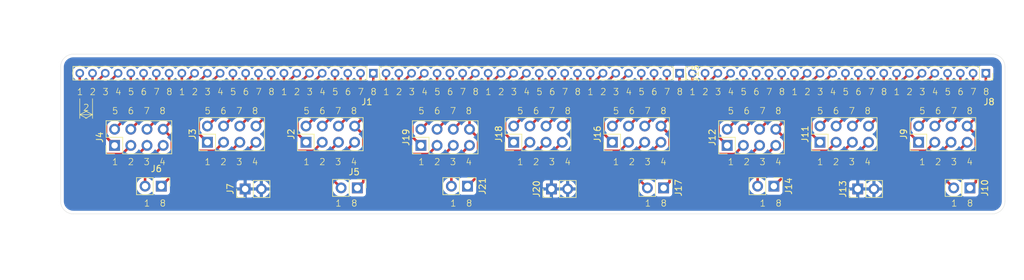
<source format=kicad_pcb>
(kicad_pcb (version 20241229) (generator "pcbnew") (generator_version "9.0")
  (layers (0 "F.Cu" signal) (2 "B.Cu" signal) (13 "F.Paste" user) (15 "B.Paste" user) (5 "F.SilkS" user "F.Silkscreen") (7 "B.SilkS" user "B.Silkscreen") (1 "F.Mask" user) (3 "B.Mask" user) (25 "Edge.Cuts" user))
  (net 0 "")
  (net 1 "Net-(J1-Pin_4)")
  (net 2 "Net-(J1-Pin_2)")
  (net 3 "Net-(J1-Pin_6)")
  (net 4 "Net-(J1-Pin_13)")
  (net 5 "Net-(J1-Pin_7)")
  (net 6 "Net-(J1-Pin_20)")
  (net 7 "Net-(J1-Pin_1)")
  (net 8 "Net-(J1-Pin_22)")
  (net 9 "Net-(J1-Pin_8)")
  (net 10 "Net-(J1-Pin_16)")
  (net 11 "Net-(J1-Pin_15)")
  (net 12 "Net-(J1-Pin_17)")
  (net 13 "Net-(J1-Pin_19)")
  (net 14 "Net-(J1-Pin_11)")
  (net 15 "Net-(J1-Pin_24)")
  (net 16 "Net-(J1-Pin_5)")
  (net 17 "Net-(J1-Pin_9)")
  (net 18 "Net-(J1-Pin_10)")
  (net 19 "Net-(J1-Pin_18)")
  (net 20 "Net-(J1-Pin_21)")
  (net 21 "Net-(J1-Pin_3)")
  (net 22 "Net-(J1-Pin_14)")
  (net 23 "Net-(J1-Pin_12)")
  (net 24 "Net-(J1-Pin_23)")
  (net 25 "GND")
  (net 26 "Net-(J11-Pin_5)")
  (net 27 "Net-(J8-Pin_4)")
  (net 28 "Net-(J12-Pin_2)")
  (net 29 "Net-(J11-Pin_3)")
  (net 30 "Net-(J8-Pin_5)")
  (net 31 "Net-(J8-Pin_7)")
  (net 32 "Net-(J10-P1)")
  (net 33 "Net-(J12-Pin_3)")
  (net 34 "Net-(J10-P2)")
  (net 35 "Net-(J11-Pin_8)")
  (net 36 "Net-(J8-Pin_3)")
  (net 37 "Net-(J8-Pin_6)")
  (net 38 "Net-(J12-Pin_5)")
  (net 39 "Net-(J12-Pin_7)")
  (net 40 "Net-(J12-Pin_4)")
  (net 41 "Net-(J11-Pin_7)")
  (net 42 "Net-(J12-Pin_6)")
  (net 43 "Net-(J8-Pin_2)")
  (net 44 "Net-(J11-Pin_1)")
  (net 45 "Net-(J11-Pin_2)")
  (net 46 "Net-(J11-Pin_4)")
  (net 47 "Net-(J12-Pin_1)")
  (net 48 "Net-(J11-Pin_6)")
  (net 49 "Net-(J12-Pin_8)")
  (net 50 "Net-(J15-Pin_15)")
  (net 51 "Net-(J15-Pin_1)")
  (net 52 "Net-(J15-Pin_4)")
  (net 53 "Net-(J15-Pin_20)")
  (net 54 "Net-(J15-Pin_19)")
  (net 55 "Net-(J15-Pin_21)")
  (net 56 "Net-(J15-Pin_6)")
  (net 57 "Net-(J15-Pin_3)")
  (net 58 "Net-(J15-Pin_14)")
  (net 59 "Net-(J15-Pin_2)")
  (net 60 "Net-(J15-Pin_22)")
  (net 61 "Net-(J15-Pin_18)")
  (net 62 "Net-(J15-Pin_7)")
  (net 63 "Net-(J15-Pin_17)")
  (net 64 "Net-(J15-Pin_10)")
  (net 65 "Net-(J15-Pin_13)")
  (net 66 "Net-(J15-Pin_9)")
  (net 67 "Net-(J15-Pin_12)")
  (net 68 "Net-(J15-Pin_8)")
  (net 69 "Net-(J15-Pin_16)")
  (net 70 "Net-(J15-Pin_11)")
  (net 71 "Net-(J15-Pin_24)")
  (net 72 "Net-(J15-Pin_5)")
  (net 73 "Net-(J15-Pin_23)")
  (footprint "Connector_PinHeader_2.54mm:PinHeader_1x02_P2.54mm_Vertical" (layer "F.Cu") (at 218.5 70.5 -90)
    (property "Reference" "J10")
    (property "Value" "UC_CONN_01X02")
  )
  (footprint "Connector_PinHeader_2.54mm:PinHeader_2x04_P2.54mm_Vertical" (layer "F.Cu") (at 210.46 63.33 90)
    (property "Reference" "J9")
    (property "Value" "Conn_02x04_Counter_Clockwise_MountingPin")
  )
  (footprint "Connector_PinSocket_2.00mm:PinSocket_1x24_P2.00mm_Vertical" (layer "F.Cu") (at 221 52.5 -90)
    (property "Reference" "J8")
    (property "Value" "Conn_01x24_Pin")
  )
  (footprint "Connector_PinHeader_2.54mm:PinHeader_2x04_P2.54mm_Vertical" (layer "F.Cu") (at 99 63.33 90)
    (property "Reference" "J3")
    (property "Value" "Conn_02x04_Counter_Clockwise_MountingPin")
  )
  (footprint "Connector_PinHeader_2.54mm:PinHeader_2x04_P2.54mm_Vertical" (layer "F.Cu") (at 195 63.33 90)
    (property "Reference" "J11")
    (property "Value" "Conn_02x04_Counter_Clockwise_MountingPin")
  )
  (footprint "Connector_PinHeader_2.54mm:PinHeader_2x04_P2.54mm_Vertical" (layer "F.Cu") (at 114.46 63.33 90)
    (property "Reference" "J2")
    (property "Value" "Conn_02x04_Counter_Clockwise_MountingPin")
  )
  (footprint "Connector_PinHeader_2.54mm:PinHeader_1x02_P2.54mm_Vertical" (layer "F.Cu") (at 104.92 70.665 90)
    (property "Reference" "J7")
    (property "Value" "UC_CONN_01X02")
  )
  (footprint "Connector_PinHeader_2.54mm:PinHeader_1x02_P2.54mm_Vertical" (layer "F.Cu") (at 139.775 70.225 -90)
    (property "Reference" "J21")
    (property "Value" "UC_CONN_01X02")
  )
  (footprint "Connector_PinHeader_2.54mm:PinHeader_2x04_P2.54mm_Vertical" (layer "F.Cu") (at 84.46 63.83 90)
    (property "Reference" "J4")
    (property "Value" "Conn_02x04_Counter_Clockwise_MountingPin")
  )
  (footprint "Connector_PinHeader_2.54mm:PinHeader_2x04_P2.54mm_Vertical" (layer "F.Cu") (at 162.46 63.33 90)
    (property "Reference" "J16")
    (property "Value" "Conn_02x04_Counter_Clockwise_MountingPin")
  )
  (footprint "Connector_PinHeader_2.54mm:PinHeader_1x02_P2.54mm_Vertical" (layer "F.Cu") (at 187.775 70.225 -90)
    (property "Reference" "J14")
    (property "Value" "UC_CONN_01X02")
  )
  (footprint "Connector_PinSocket_2.00mm:PinSocket_1x24_P2.00mm_Vertical" (layer "F.Cu") (at 173 52.5 -90)
    (property "Reference" "J15")
    (property "Value" "Conn_01x24_Pin")
  )
  (footprint "Connector_PinHeader_2.54mm:PinHeader_1x02_P2.54mm_Vertical" (layer "F.Cu") (at 170.5 70.5 -90)
    (property "Reference" "J17")
    (property "Value" "UC_CONN_01X02")
  )
  (footprint "Connector_PinHeader_2.54mm:PinHeader_2x04_P2.54mm_Vertical" (layer "F.Cu") (at 180.46 63.83 90)
    (property "Reference" "J12")
    (property "Value" "Conn_02x04_Counter_Clockwise_MountingPin")
  )
  (footprint "Connector_PinHeader_2.54mm:PinHeader_1x02_P2.54mm_Vertical" (layer "F.Cu") (at 152.92 70.665 90)
    (property "Reference" "J20")
    (property "Value" "UC_CONN_01X02")
  )
  (footprint "Connector_PinSocket_2.00mm:PinSocket_1x24_P2.00mm_Vertical" (layer "F.Cu") (at 125 52.5 -90)
    (property "Reference" "J1")
    (property "Value" "Conn_01x24_Pin")
  )
  (footprint "Connector_PinHeader_2.54mm:PinHeader_1x02_P2.54mm_Vertical" (layer "F.Cu") (at 91.775 70.225 -90)
    (property "Reference" "J6")
    (property "Value" "UC_CONN_01X02")
  )
  (footprint "Connector_PinHeader_2.54mm:PinHeader_1x02_P2.54mm_Vertical" (layer "F.Cu") (at 200.92 70.665 90)
    (property "Reference" "J13")
    (property "Value" "UC_CONN_01X02")
  )
  (footprint "Connector_PinHeader_2.54mm:PinHeader_2x04_P2.54mm_Vertical" (layer "F.Cu") (at 147 63.33 90)
    (property "Reference" "J18")
    (property "Value" "Conn_02x04_Counter_Clockwise_MountingPin")
  )
  (footprint "Connector_PinHeader_2.54mm:PinHeader_1x02_P2.54mm_Vertical" (layer "F.Cu") (at 122.5 70.5 -90)
    (property "Reference" "J5")
    (property "Value" "UC_CONN_01X02")
  )
  (footprint "Connector_PinHeader_2.54mm:PinHeader_2x04_P2.54mm_Vertical" (layer "F.Cu") (at 132.46 63.83 90)
    (property "Reference" "J19")
    (property "Value" "Conn_02x04_Counter_Clockwise_MountingPin")
  )
  (gr_line (start 222 49.5) (end 78 49.5) (stroke (width 0.05)) (layer "Edge.Cuts"))
  (gr_line (start 221.992517 74.585786) (end 77.992517 74.585786) (stroke (width 0.05)) (layer "Edge.Cuts"))
  (gr_arc (start 222 49.5) (mid 223.414214 50.085786) (end 224 51.5) (stroke (width 0.05)) (layer "Edge.Cuts"))
  (gr_line (start 76 51.5) (end 76 72.585786) (stroke (width 0.05)) (layer "Edge.Cuts"))
  (gr_line (start 224 51.5) (end 224 72.5858) (stroke (width 0.05)) (layer "Edge.Cuts"))
  (gr_arc (start 76 51.5) (mid 76.585786 50.085786) (end 78 49.5) (stroke (width 0.05)) (layer "Edge.Cuts"))
  (gr_arc (start 224 72.585786) (mid 223.414214 74) (end 222 74.585786) (stroke (width 0.05)) (layer "Edge.Cuts"))
  (gr_arc (start 78 74.585786) (mid 76.585786 74) (end 76 72.585786) (stroke (width 0.05)) (layer "Edge.Cuts"))
  (gr_text "7" (at 218.5 56 0) (layer "F.SilkS") (effects (font (size 1 1) (thickness 0.1)) (justify left bottom)))
  (gr_text "1  2  3  4 \n" (at 132 67 0) (layer "F.SilkS") (effects (font (size 1 1) (thickness 0.1)) (justify left bottom)))
  (gr_text "3\n" (at 146.5 56 0) (layer "F.SilkS") (effects (font (size 1 1) (thickness 0.1)) (justify left bottom)))
  (gr_text "6" (at 104.5 56 0) (layer "F.SilkS") (effects (font (size 1 1) (thickness 0.1)) (justify left bottom)))
  (gr_text "5  6  7  8" (at 180.5 59 0) (layer "F.SilkS") (effects (font (size 1 1) (thickness 0.1)) (justify left bottom)))
  (gr_text "4" (at 164.5 56 0) (layer "F.SilkS") (effects (font (size 1 1) (thickness 0.1)) (justify left bottom)))
  (gr_text "4" (at 196.5 56 0) (layer "F.SilkS") (effects (font (size 1 1) (thickness 0.1)) (justify left bottom)))
  (gr_text "4" (at 180.5 56 0) (layer "F.SilkS") (effects (font (size 1 1) (thickness 0.1)) (justify left bottom)))
  (gr_text "5" (at 198.5 56 0) (layer "F.SilkS") (effects (font (size 1 1) (thickness 0.1)) (justify left bottom)))
  (gr_text "4" (at 132.5 56 0) (layer "F.SilkS") (effects (font (size 1 1) (thickness 0.1)) (justify left bottom)))
  (gr_text "8" (at 156.5 56 0) (layer "F.SilkS") (effects (font (size 1 1) (thickness 0.1)) (justify left bottom)))
  (gr_text "1  8" (at 215.5 73.5 0) (layer "F.SilkS") (effects (font (size 1 1) (thickness 0.1)) (justify left bottom)))
  (gr_text "2" (at 176.5 56 0) (layer "F.SilkS") (effects (font (size 1 1) (thickness 0.1)) (justify left bottom)))
  (gr_text "5  6  7  8" (at 132 59 0) (layer "F.SilkS") (effects (font (size 1 1) (thickness 0.1)) (justify left bottom)))
  (gr_text "7" (at 186.5 56 0) (layer "F.SilkS") (effects (font (size 1 1) (thickness 0.1)) (justify left bottom)))
  (gr_text "2" (at 128.5 56 0) (layer "F.SilkS") (effects (font (size 1 1) (thickness 0.1)) (justify left bottom)))
  (gr_text "5  6  7  8" (at 162.5 59 0) (layer "F.SilkS") (effects (font (size 1 1) (thickness 0.1)) (justify left bottom)))
  (gr_text "1  2  3  4 \n" (at 114 67 0) (layer "F.SilkS") (effects (font (size 1 1) (thickness 0.1)) (justify left bottom)))
  (gr_text "1" (at 142.5 56 0) (layer "F.SilkS") (effects (font (size 1 1) (thickness 0.1)) (justify left bottom)))
  (gr_text "2" (at 112.5 56 0) (layer "F.SilkS") (effects (font (size 1 1) (thickness 0.1)) (justify left bottom)))
  (gr_text "4" (at 84.5 56 0) (layer "F.SilkS") (effects (font (size 1 1) (thickness 0.1)) (justify left bottom)))
  (gr_text "1" (at 174.5 56 0) (layer "F.SilkS") (effects (font (size 1 1) (thickness 0.1)) (justify left bottom)))
  (gr_text "1  2  3  4 \n" (at 162.5 67 0) (layer "F.SilkS") (effects (font (size 1 1) (thickness 0.1)) (justify left bottom)))
  (gr_text "6" (at 136.5 56 0) (layer "F.SilkS") (effects (font (size 1 1) (thickness 0.1)) (justify left bottom)))
  (gr_text "3\n" (at 114.5 56 0) (layer "F.SilkS") (effects (font (size 1 1) (thickness 0.1)) (justify left bottom)))
  (gr_text "1" (at 158.5 56 0) (layer "F.SilkS") (effects (font (size 1 1) (thickness 0.1)) (justify left bottom)))
  (gr_text "6" (at 184.5 56 0) (layer "F.SilkS") (effects (font (size 1 1) (thickness 0.1)) (justify left bottom)))
  (gr_text "2" (at 144.5 56 0) (layer "F.SilkS") (effects (font (size 1 1) (thickness 0.1)) (justify left bottom)))
  (gr_text "6" (at 152.5 56 0) (layer "F.SilkS") (effects (font (size 1 1) (thickness 0.1)) (justify left bottom)))
  (gr_text "5" (at 118.5 56 0) (layer "F.SilkS") (effects (font (size 1 1) (thickness 0.1)) (justify left bottom)))
  (gr_text "1" (at 126.5 56 0) (layer "F.SilkS") (effects (font (size 1 1) (thickness 0.1)) (justify left bottom)))
  (gr_text "1  2  3  4 \n" (at 180.5 67 0) (layer "F.SilkS") (effects (font (size 1 1) (thickness 0.1)) (justify left bottom)))
  (gr_text "8" (at 188.5 56 0) (layer "F.SilkS") (effects (font (size 1 1) (thickness 0.1)) (justify left bottom)))
  (gr_text "6" (at 200.5 56 0) (layer "F.SilkS") (effects (font (size 1 1) (thickness 0.1)) (justify left bottom)))
  (gr_text "7" (at 106.5 56 0) (layer "F.SilkS") (effects (font (size 1 1) (thickness 0.1)) (justify left bottom)))
  (gr_text "2" (at 192.5 56 0) (layer "F.SilkS") (effects (font (size 1 1) (thickness 0.1)) (justify left bottom)))
  (gr_text "5" (at 214.5 56 0) (layer "F.SilkS") (effects (font (size 1 1) (thickness 0.1)) (justify left bottom)))
  (gr_text "3\n" (at 194.5 56 0) (layer "F.SilkS") (effects (font (size 1 1) (thickness 0.1)) (justify left bottom)))
  (gr_text "1" (at 190.5 56 0) (layer "F.SilkS") (effects (font (size 1 1) (thickness 0.1)) (justify left bottom)))
  (gr_text "5" (at 86.5 56 0) (layer "F.SilkS") (effects (font (size 1 1) (thickness 0.1)) (justify left bottom)))
  (gr_text "7" (at 138.5 56 0) (layer "F.SilkS") (effects (font (size 1 1) (thickness 0.1)) (justify left bottom)))
  (gr_text "7" (at 170.5 56 0) (layer "F.SilkS") (effects (font (size 1 1) (thickness 0.1)) (justify left bottom)))
  (gr_text "6" (at 216.5 56 0) (layer "F.SilkS") (effects (font (size 1 1) (thickness 0.1)) (justify left bottom)))
  (gr_text "1" (at 94.5 56 0) (layer "F.SilkS") (effects (font (size 1 1) (thickness 0.1)) (justify left bottom)))
  (gr_text "5" (at 150.5 56 0) (layer "F.SilkS") (effects (font (size 1 1) (thickness 0.1)) (justify left bottom)))
  (gr_text "2" (at 208.5 56 0) (layer "F.SilkS") (effects (font (size 1 1) (thickness 0.1)) (justify left bottom)))
  (gr_text "8" (at 172.5 56 0) (layer "F.SilkS") (effects (font (size 1 1) (thickness 0.1)) (justify left bottom)))
  (gr_text "1" (at 110.5 56 0) (layer "F.SilkS") (effects (font (size 1 1) (thickness 0.1)) (justify left bottom)))
  (gr_text "7" (at 90.5 56 0) (layer "F.SilkS") (effects (font (size 1 1) (thickness 0.1)) (justify left bottom)))
  (gr_text "1  2  3  4 \n" (at 210.5 67 0) (layer "F.SilkS") (effects (font (size 1 1) (thickness 0.1)) (justify left bottom)))
  (gr_text "5  6  7  8" (at 114 59 0) (layer "F.SilkS") (effects (font (size 1 1) (thickness 0.1)) (justify left bottom)))
  (gr_text "1  8" (at 119 73.5 0) (layer "F.SilkS") (effects (font (size 1 1) (thickness 0.1)) (justify left bottom)))
  (gr_text "6" (at 168.5 56 0) (layer "F.SilkS") (effects (font (size 1 1) (thickness 0.1)) (justify left bottom)))
  (gr_text "1  2  3  4 \n" (at 98.5 67 0) (layer "F.SilkS") (effects (font (size 1 1) (thickness 0.1)) (justify left bottom)))
  (gr_text "5  6  7  8" (at 98.5 59 0) (layer "F.SilkS") (effects (font (size 1 1) (thickness 0.1)) (justify left bottom)))
  (gr_text "6" (at 88.5 56 0) (layer "F.SilkS") (effects (font (size 1 1) (thickness 0.1)) (justify left bottom)))
  (gr_text "1" (at 78.5 56 0) (layer "F.SilkS") (effects (font (size 1 1) (thickness 0.1)) (justify left bottom)))
  (gr_text "5" (at 166.5 56 0) (layer "F.SilkS") (effects (font (size 1 1) (thickness 0.1)) (justify left bottom)))
  (gr_text "8" (at 140.5 56 0) (layer "F.SilkS") (effects (font (size 1 1) (thickness 0.1)) (justify left bottom)))
  (gr_text "2" (at 80.5 56 0) (layer "F.SilkS") (effects (font (size 1 1) (thickness 0.1)) (justify left bottom)))
  (gr_text "2" (at 160.5 56 0) (layer "F.SilkS") (effects (font (size 1 1) (thickness 0.1)) (justify left bottom)))
  (gr_text "3\n" (at 98.5 56 0) (layer "F.SilkS") (effects (font (size 1 1) (thickness 0.1)) (justify left bottom)))
  (gr_text "1  8" (at 185.5 73.5 0) (layer "F.SilkS") (effects (font (size 1 1) (thickness 0.1)) (justify left bottom)))
  (gr_text "4" (at 212.5 56 0) (layer "F.SilkS") (effects (font (size 1 1) (thickness 0.1)) (justify left bottom)))
  (gr_text "7" (at 202.5 56 0) (layer "F.SilkS") (effects (font (size 1 1) (thickness 0.1)) (justify left bottom)))
  (gr_text "3\n" (at 162.5 56 0) (layer "F.SilkS") (effects (font (size 1 1) (thickness 0.1)) (justify left bottom)))
  (gr_text "8" (at 204.5 56 0) (layer "F.SilkS") (effects (font (size 1 1) (thickness 0.1)) (justify left bottom)))
  (gr_text "5" (at 102.5 56 0) (layer "F.SilkS") (effects (font (size 1 1) (thickness 0.1)) (justify left bottom)))
  (gr_text "1  2  3  4 \n" (at 84 67 0) (layer "F.SilkS") (effects (font (size 1 1) (thickness 0.1)) (justify left bottom)))
  (gr_text "1  8" (at 167.5 73.5 0) (layer "F.SilkS") (effects (font (size 1 1) (thickness 0.1)) (justify left bottom)))
  (gr_text "1  2  3  4 \n" (at 194.5 67 0) (layer "F.SilkS") (effects (font (size 1 1) (thickness 0.1)) (justify left bottom)))
  (gr_text "7" (at 122.5 56 0) (layer "F.SilkS") (effects (font (size 1 1) (thickness 0.1)) (justify left bottom)))
  (gr_text "5" (at 134.5 56 0) (layer "F.SilkS") (effects (font (size 1 1) (thickness 0.1)) (justify left bottom)))
  (gr_text "3\n" (at 210.5 56 0) (layer "F.SilkS") (effects (font (size 1 1) (thickness 0.1)) (justify left bottom)))
  (gr_text "5" (at 182.5 56 0) (layer "F.SilkS") (effects (font (size 1 1) (thickness 0.1)) (justify left bottom)))
  (gr_text "5  6  7  8" (at 84 59 0) (layer "F.SilkS") (effects (font (size 1 1) (thickness 0.1)) (justify left bottom)))
  (gr_text "3\n" (at 178.5 56 0) (layer "F.SilkS") (effects (font (size 1 1) (thickness 0.1)) (justify left bottom)))
  (gr_text "4" (at 116.5 56 0) (layer "F.SilkS") (effects (font (size 1 1) (thickness 0.1)) (justify left bottom)))
  (gr_text "5  6  7  8" (at 194.5 59 0) (layer "F.SilkS") (effects (font (size 1 1) (thickness 0.1)) (justify left bottom)))
  (gr_text "8" (at 92.5 56 0) (layer "F.SilkS") (effects (font (size 1 1) (thickness 0.1)) (justify left bottom)))
  (gr_text "8" (at 124.5 56 0) (layer "F.SilkS") (effects (font (size 1 1) (thickness 0.1)) (justify left bottom)))
  (gr_text "2" (at 96.5 56 0) (layer "F.SilkS") (effects (font (size 1 1) (thickness 0.1)) (justify left bottom)))
  (gr_text "5  6  7  8" (at 210.5 59 0) (layer "F.SilkS") (effects (font (size 1 1) (thickness 0.1)) (justify left bottom)))
  (gr_text "7" (at 154.5 56 0) (layer "F.SilkS") (effects (font (size 1 1) (thickness 0.1)) (justify left bottom)))
  (gr_text "1  8" (at 137 73.5 0) (layer "F.SilkS") (effects (font (size 1 1) (thickness 0.1)) (justify left bottom)))
  (gr_text "3\n" (at 82.5 56 0) (layer "F.SilkS") (effects (font (size 1 1) (thickness 0.1)) (justify left bottom)))
  (gr_text "8" (at 220.5 56 0) (layer "F.SilkS") (effects (font (size 1 1) (thickness 0.1)) (justify left bottom)))
  (gr_text "8" (at 108.5 56 0) (layer "F.SilkS") (effects (font (size 1 1) (thickness 0.1)) (justify left bottom)))
  (gr_text "5  6  7  8" (at 147.5 59 0) (layer "F.SilkS") (effects (font (size 1 1) (thickness 0.1)) (justify left bottom)))
  (gr_text "1" (at 206.5 56 0) (layer "F.SilkS") (effects (font (size 1 1) (thickness 0.1)) (justify left bottom)))
  (gr_text "1  8" (at 89 73.5 0) (layer "F.SilkS") (effects (font (size 1 1) (thickness 0.1)) (justify left bottom)))
  (gr_text "6" (at 120.5 56 0) (layer "F.SilkS") (effects (font (size 1 1) (thickness 0.1)) (justify left bottom)))
  (gr_text "1  2  3  4 \n" (at 147.5 67 0) (layer "F.SilkS") (effects (font (size 1 1) (thickness 0.1)) (justify left bottom)))
  (gr_text "3\n" (at 130.5 56 0) (layer "F.SilkS") (effects (font (size 1 1) (thickness 0.1)) (justify left bottom)))
  (gr_text "4" (at 148.5 56 0) (layer "F.SilkS") (effects (font (size 1 1) (thickness 0.1)) (justify left bottom)))
  (gr_text "4" (at 100.5 56 0) (layer "F.SilkS") (effects (font (size 1 1) (thickness 0.1)) (justify left bottom)))
  (dimension (type orthogonal) (layer "F.SilkS") (pts (xy 79 56) (xy 81 56)) (height 3) (orientation 0) (format (prefix "") (suffix "") (units 3) (units_format 0) (precision 4) (suppress_zeroes yes)) (style (thickness 0.1) (arrow_length 1.27) (text_position_mode 0) (arrow_direction outward) (extension_height 0.58642) (extension_offset 0.5) (keep_text_aligned yes)) (gr_text "2" (at 80 57.9 0) (layer "F.SilkS") (effects (font (size 1 1) (thickness 0.1)))))
  (segment (start 119 56.25) (end 119 52.5) (width 0.4) (layer "F.Cu") (net 1))
  (segment (start 114.46 60.79) (end 119 56.25) (width 0.4) (layer "F.Cu") (net 1))
  (segment (start 123 57.33) (end 123 52.5) (width 0.4) (layer "F.Cu") (net 2))
  (segment (start 119.54 60.79) (end 123 57.33) (width 0.4) (layer "F.Cu") (net 2))
  (segment (start 117 63.33) (end 115.649 64.681) (width 0.4) (layer "F.Cu") (net 3))
  (segment (start 115.649 64.681) (end 113.109 64.681) (width 0.4) (layer "F.Cu") (net 3))
  (segment (start 112.408 63.98) (end 112.408 55.092) (width 0.4) (layer "F.Cu") (net 3))
  (segment (start 113.109 64.681) (end 112.408 63.98) (width 0.4) (layer "F.Cu") (net 3))
  (segment (start 112.408 55.092) (end 115 52.5) (width 0.4) (layer "F.Cu") (net 3))
  (segment (start 97.649 55.851) (end 101 52.5) (width 0.4) (layer "F.Cu") (net 4))
  (segment (start 97.649 61.979) (end 99 63.33) (width 0.4) (layer "F.Cu") (net 4))
  (segment (start 97.649 61.979) (end 97.649 55.851) (width 0.4) (layer "F.Cu") (net 4))
  (segment (start 111.707 53.793) (end 113 52.5) (width 0.4) (layer "F.Cu") (net 5))
  (segment (start 111.707 64.270364) (end 113.226636 65.79) (width 0.4) (layer "F.Cu") (net 5))
  (segment (start 117.08 65.79) (end 119.54 63.33) (width 0.4) (layer "F.Cu") (net 5))
  (segment (start 111.707 64.270364) (end 111.707 53.793) (width 0.4) (layer "F.Cu") (net 5))
  (segment (start 113.226636 65.79) (end 117.08 65.79) (width 0.4) (layer "F.Cu") (net 5))
  (segment (start 87 58.75) (end 87 52.5) (width 0.4) (layer "F.Cu") (net 6))
  (segment (start 84.46 61.29) (end 87 58.75) (width 0.4) (layer "F.Cu") (net 6))
  (segment (start 123.431 62.141) (end 123.431 69.569) (width 0.4) (layer "F.Cu") (net 7))
  (segment (start 122.08 60.79) (end 123.431 62.141) (width 0.4) (layer "F.Cu") (net 7))
  (segment (start 122.08 60.79) (end 125 57.87) (width 0.4) (layer "F.Cu") (net 7))
  (segment (start 125 57.87) (end 125 52.5) (width 0.4) (layer "F.Cu") (net 7))
  (segment (start 123.431 69.569) (end 122.5 70.5) (width 0.4) (layer "F.Cu") (net 7))
  (segment (start 85.649 65.181) (end 87 63.83) (width 0.4) (layer "F.Cu") (net 8))
  (segment (start 81.825 63.897) (end 83.109 65.181) (width 0.4) (layer "F.Cu") (net 8))
  (segment (start 83.109 65.181) (end 85.649 65.181) (width 0.4) (layer "F.Cu") (net 8))
  (segment (start 81.825 53.675) (end 83 52.5) (width 0.4) (layer "F.Cu") (net 8))
  (segment (start 81.825 63.897) (end 81.825 53.675) (width 0.4) (layer "F.Cu") (net 8))
  (segment (start 118.919 66.491) (end 118.919 69.459) (width 0.4) (layer "F.Cu") (net 9))
  (segment (start 118.919 69.459) (end 119.96 70.5) (width 0.4) (layer "F.Cu") (net 9))
  (segment (start 112.936272 66.491) (end 118.919 66.491) (width 0.4) (layer "F.Cu") (net 9))
  (segment (start 111 64.554728) (end 112.936272 66.491) (width 0.4) (layer "F.Cu") (net 9))
  (segment (start 111 52.5) (end 111 64.554728) (width 0.4) (layer "F.Cu") (net 9))
  (segment (start 118.919 66.491) (end 122.08 63.33) (width 0.4) (layer "F.Cu") (net 9))
  (segment (start 103.867 66.083) (end 106.62 63.33) (width 0.4) (layer "F.Cu") (net 10))
  (segment (start 97.068272 66.083) (end 103.867 66.083) (width 0.4) (layer "F.Cu") (net 10))
  (segment (start 95 52.5) (end 95 64.014728) (width 0.4) (layer "F.Cu") (net 10))
  (segment (start 95 64.014728) (end 97.068272 66.083) (width 0.4) (layer "F.Cu") (net 10))
  (segment (start 95.825 53.675) (end 97 52.5) (width 0.4) (layer "F.Cu") (net 11))
  (segment (start 95.825 63.848364) (end 97.358636 65.382) (width 0.4) (layer "F.Cu") (net 11))
  (segment (start 102.028 65.382) (end 104.08 63.33) (width 0.4) (layer "F.Cu") (net 11))
  (segment (start 97.358636 65.382) (end 102.028 65.382) (width 0.4) (layer "F.Cu") (net 11))
  (segment (start 95.825 63.848364) (end 95.825 53.675) (width 0.4) (layer "F.Cu") (net 11))
  (segment (start 92.08 61.29) (end 93 60.37) (width 0.4) (layer "F.Cu") (net 12))
  (segment (start 92.08 61.29) (end 93.431 62.641) (width 0.4) (layer "F.Cu") (net 12))
  (segment (start 93.431 68.569) (end 91.775 70.225) (width 0.4) (layer "F.Cu") (net 12))
  (segment (start 93.431 62.641) (end 93.431 68.569) (width 0.4) (layer "F.Cu") (net 12))
  (segment (start 93 60.37) (end 93 52.5) (width 0.4) (layer "F.Cu") (net 12))
  (segment (start 89 59.29) (end 89 52.5) (width 0.4) (layer "F.Cu") (net 13))
  (segment (start 87 61.29) (end 89 59.29) (width 0.4) (layer "F.Cu") (net 13))
  (segment (start 101.54 60.79) (end 105 57.33) (width 0.4) (layer "F.Cu") (net 14))
  (segment (start 105 57.33) (end 105 52.5) (width 0.4) (layer "F.Cu") (net 14))
  (segment (start 89.235 66.675) (end 89.235 70.225) (width 0.4) (layer "F.Cu") (net 15))
  (segment (start 79 63.054728) (end 79 52.5) (width 0.4) (layer "F.Cu") (net 15))
  (segment (start 89.327 66.583) (end 89.235 66.675) (width 0.4) (layer "F.Cu") (net 15))
  (segment (start 82.528272 66.583) (end 79 63.054728) (width 0.4) (layer "F.Cu") (net 15))
  (segment (start 89.327 66.583) (end 82.528272 66.583) (width 0.4) (layer "F.Cu") (net 15))
  (segment (start 89.327 66.583) (end 92.08 63.83) (width 0.4) (layer "F.Cu") (net 15))
  (segment (start 113.109 56.391) (end 117 52.5) (width 0.4) (layer "F.Cu") (net 16))
  (segment (start 113.109 61.979) (end 114.46 63.33) (width 0.4) (layer "F.Cu") (net 16))
  (segment (start 113.109 61.979) (end 113.109 56.391) (width 0.4) (layer "F.Cu") (net 16))
  (segment (start 109 58.41) (end 109 52.5) (width 0.4) (layer "F.Cu") (net 17))
  (segment (start 106.62 60.79) (end 109 58.41) (width 0.4) (layer "F.Cu") (net 17))
  (segment (start 104.08 60.79) (end 107 57.87) (width 0.4) (layer "F.Cu") (net 18))
  (segment (start 107 57.87) (end 107 52.5) (width 0.4) (layer "F.Cu") (net 18))
  (segment (start 91 59.83) (end 91 52.5) (width 0.4) (layer "F.Cu") (net 19))
  (segment (start 89.54 61.29) (end 91 59.83) (width 0.4) (layer "F.Cu") (net 19))
  (segment (start 83.109 62.479) (end 84.46 63.83) (width 0.4) (layer "F.Cu") (net 20))
  (segment (start 83.109 62.479) (end 83.109 54.391) (width 0.4) (layer "F.Cu") (net 20))
  (segment (start 83.109 54.391) (end 85 52.5) (width 0.4) (layer "F.Cu") (net 20))
  (segment (start 121 56.79) (end 121 52.5) (width 0.4) (layer "F.Cu") (net 21))
  (segment (start 117 60.79) (end 121 56.79) (width 0.4) (layer "F.Cu") (net 21))
  (segment (start 100.189 64.681) (end 97.649 64.681) (width 0.4) (layer "F.Cu") (net 22))
  (segment (start 96.948 63.98) (end 96.948 54.552) (width 0.4) (layer "F.Cu") (net 22))
  (segment (start 97.649 64.681) (end 96.948 63.98) (width 0.4) (layer "F.Cu") (net 22))
  (segment (start 96.948 54.552) (end 99 52.5) (width 0.4) (layer "F.Cu") (net 22))
  (segment (start 101.54 63.33) (end 100.189 64.681) (width 0.4) (layer "F.Cu") (net 22))
  (segment (start 99 60.79) (end 103 56.79) (width 0.4) (layer "F.Cu") (net 23))
  (segment (start 103 56.79) (end 103 52.5) (width 0.4) (layer "F.Cu") (net 23))
  (segment (start 81 52.5) (end 81 64.063364) (width 0.4) (layer "F.Cu") (net 24))
  (segment (start 82.818636 65.882) (end 87.488 65.882) (width 0.4) (layer "F.Cu") (net 24))
  (segment (start 81 64.063364) (end 82.818636 65.882) (width 0.4) (layer "F.Cu") (net 24))
  (segment (start 87.488 65.882) (end 89.54 63.83) (width 0.4) (layer "F.Cu") (net 24))
  (segment (start 198.028 65.382) (end 193.358636 65.382) (width 0.4) (layer "F.Cu") (net 26))
  (segment (start 200.08 63.33) (end 198.028 65.382) (width 0.4) (layer "F.Cu") (net 26))
  (segment (start 191.701 53.799) (end 193 52.5) (width 0.4) (layer "F.Cu") (net 26))
  (segment (start 191.701 63.724364) (end 191.701 53.799) (width 0.4) (layer "F.Cu") (net 26))
  (segment (start 193.358636 65.382) (end 191.701 63.724364) (width 0.4) (layer "F.Cu") (net 26))
  (segment (start 215 56.25) (end 215 52.5) (width 0.4) (layer "F.Cu") (net 27))
  (segment (start 210.46 60.79) (end 215 56.25) (width 0.4) (layer "F.Cu") (net 27))
  (segment (start 183 58.75) (end 183 52.5) (width 0.4) (layer "F.Cu") (net 28))
  (segment (start 180.46 61.29) (end 183 58.75) (width 0.4) (layer "F.Cu") (net 28))
  (segment (start 193.649 64.681) (end 196.189 64.681) (width 0.4) (layer "F.Cu") (net 29))
  (segment (start 192.948 54.552) (end 192.948 63.98) (width 0.4) (layer "F.Cu") (net 29))
  (segment (start 195 52.5) (end 192.948 54.552) (width 0.4) (layer "F.Cu") (net 29))
  (segment (start 192.948 63.98) (end 193.649 64.681) (width 0.4) (layer "F.Cu") (net 29))
  (segment (start 196.189 64.681) (end 197.54 63.33) (width 0.4) (layer "F.Cu") (net 29))
  (segment (start 209.109 56.391) (end 213 52.5) (width 0.4) (layer "F.Cu") (net 30))
  (segment (start 209.109 61.979) (end 209.109 56.391) (width 0.4) (layer "F.Cu") (net 30))
  (segment (start 209.109 61.979) (end 210.46 63.33) (width 0.4) (layer "F.Cu") (net 30))
  (segment (start 207.707 53.793) (end 209 52.5) (width 0.4) (layer "F.Cu") (net 31))
  (segment (start 207.707 64.270364) (end 209.226636 65.79) (width 0.4) (layer "F.Cu") (net 31))
  (segment (start 207.707 64.270364) (end 207.707 53.793) (width 0.4) (layer "F.Cu") (net 31))
  (segment (start 213.08 65.79) (end 215.54 63.33) (width 0.4) (layer "F.Cu") (net 31))
  (segment (start 209.226636 65.79) (end 213.08 65.79) (width 0.4) (layer "F.Cu") (net 31))
  (segment (start 219.431 69.569) (end 218.5 70.5) (width 0.4) (layer "F.Cu") (net 32))
  (segment (start 218.08 60.79) (end 221 57.87) (width 0.4) (layer "F.Cu") (net 32))
  (segment (start 219.431 62.141) (end 219.431 69.569) (width 0.4) (layer "F.Cu") (net 32))
  (segment (start 218.08 60.79) (end 219.431 62.141) (width 0.4) (layer "F.Cu") (net 32))
  (segment (start 221 57.87) (end 221 52.5) (width 0.4) (layer "F.Cu") (net 32))
  (segment (start 179.109 65.181) (end 181.649 65.181) (width 0.4) (layer "F.Cu") (net 33))
  (segment (start 178.176 64.248) (end 179.109 65.181) (width 0.4) (layer "F.Cu") (net 33))
  (segment (start 181.649 65.181) (end 183 63.83) (width 0.4) (layer "F.Cu") (net 33))
  (segment (start 179 52.5) (end 178.176 53.324) (width 0.4) (layer "F.Cu") (net 33))
  (segment (start 178.176 53.324) (end 178.176 64.248) (width 0.4) (layer "F.Cu") (net 33))
  (segment (start 214.919 69.459) (end 215.96 70.5) (width 0.4) (layer "F.Cu") (net 34))
  (segment (start 207 52.5) (end 207 64.554728) (width 0.4) (layer "F.Cu") (net 34))
  (segment (start 214.919 66.491) (end 218.08 63.33) (width 0.4) (layer "F.Cu") (net 34))
  (segment (start 214.919 66.491) (end 214.919 69.459) (width 0.4) (layer "F.Cu") (net 34))
  (segment (start 208.936272 66.491) (end 214.919 66.491) (width 0.4) (layer "F.Cu") (net 34))
  (segment (start 207 64.554728) (end 208.936272 66.491) (width 0.4) (layer "F.Cu") (net 34))
  (segment (start 202.62 60.79) (end 205 58.41) (width 0.4) (layer "F.Cu") (net 35))
  (segment (start 205 58.41) (end 205 52.5) (width 0.4) (layer "F.Cu") (net 35))
  (segment (start 213 60.79) (end 217 56.79) (width 0.4) (layer "F.Cu") (net 36))
  (segment (start 217 56.79) (end 217 52.5) (width 0.4) (layer "F.Cu") (net 36))
  (segment (start 208.408 55.092) (end 211 52.5) (width 0.4) (layer "F.Cu") (net 37))
  (segment (start 213 63.33) (end 211.649 64.681) (width 0.4) (layer "F.Cu") (net 37))
  (segment (start 211.649 64.681) (end 209.109 64.681) (width 0.4) (layer "F.Cu") (net 37))
  (segment (start 209.109 64.681) (end 208.408 63.98) (width 0.4) (layer "F.Cu") (net 37))
  (segment (start 208.408 63.98) (end 208.408 55.092) (width 0.4) (layer "F.Cu") (net 37))
  (segment (start 178.818636 65.882) (end 183.488 65.882) (width 0.4) (layer "F.Cu") (net 38))
  (segment (start 183.488 65.882) (end 185.54 63.83) (width 0.4) (layer "F.Cu") (net 38))
  (segment (start 177 64.063364) (end 178.818636 65.882) (width 0.4) (layer "F.Cu") (net 38))
  (segment (start 177 52.5) (end 177 64.063364) (width 0.4) (layer "F.Cu") (net 38))
  (segment (start 175 63.054728) (end 178.528272 66.583) (width 0.4) (layer "F.Cu") (net 39))
  (segment (start 175 52.5) (end 175 63.054728) (width 0.4) (layer "F.Cu") (net 39))
  (segment (start 185.327 66.583) (end 185.235 66.675) (width 0.4) (layer "F.Cu") (net 39))
  (segment (start 178.528272 66.583) (end 185.327 66.583) (width 0.4) (layer "F.Cu") (net 39))
  (segment (start 185.235 66.675) (end 185.235 70.225) (width 0.4) (layer "F.Cu") (net 39))
  (segment (start 185.327 66.583) (end 188.08 63.83) (width 0.4) (layer "F.Cu") (net 39))
  (segment (start 183 61.29) (end 185 59.29) (width 0.4) (layer "F.Cu") (net 40))
  (segment (start 185 59.29) (end 185 52.5) (width 0.4) (layer "F.Cu") (net 40))
  (segment (start 199.867 66.083) (end 202.62 63.33) (width 0.4) (layer "F.Cu") (net 41))
  (segment (start 190.992636 64.007364) (end 191 64) (width 0.4) (layer "F.Cu") (net 41))
  (segment (start 191 64) (end 191 52.5) (width 0.4) (layer "F.Cu") (net 41))
  (segment (start 193.068272 66.083) (end 199.867 66.083) (width 0.4) (layer "F.Cu") (net 41))
  (segment (start 190.992636 64.007364) (end 193.068272 66.083) (width 0.4) (layer "F.Cu") (net 41))
  (segment (start 187 59.83) (end 187 52.5) (width 0.4) (layer "F.Cu") (net 42))
  (segment (start 185.54 61.29) (end 187 59.83) (width 0.4) (layer "F.Cu") (net 42))
  (segment (start 219 57.33) (end 219 52.5) (width 0.4) (layer "F.Cu") (net 43))
  (segment (start 215.54 60.79) (end 219 57.33) (width 0.4) (layer "F.Cu") (net 43))
  (segment (start 195 63.33) (end 193.649 61.979) (width 0.4) (layer "F.Cu") (net 44))
  (segment (start 193.649 55.851) (end 197 52.5) (width 0.4) (layer "F.Cu") (net 44))
  (segment (start 193.649 61.979) (end 193.649 55.851) (width 0.4) (layer "F.Cu") (net 44))
  (segment (start 195 60.79) (end 199 56.79) (width 0.4) (layer "F.Cu") (net 45))
  (segment (start 199 56.79) (end 199 52.5) (width 0.4) (layer "F.Cu") (net 45))
  (segment (start 197.54 60.79) (end 201 57.33) (width 0.4) (layer "F.Cu") (net 46))
  (segment (start 201 57.33) (end 201 52.5) (width 0.4) (layer "F.Cu") (net 46))
  (segment (start 179.109 62.479) (end 179.109 54.391) (width 0.4) (layer "F.Cu") (net 47))
  (segment (start 179.109 54.391) (end 181 52.5) (width 0.4) (layer "F.Cu") (net 47))
  (segment (start 180.46 63.83) (end 179.109 62.479) (width 0.4) (layer "F.Cu") (net 47))
  (segment (start 203 57.87) (end 203 52.5) (width 0.4) (layer "F.Cu") (net 48))
  (segment (start 200.08 60.79) (end 203 57.87) (width 0.4) (layer "F.Cu") (net 48))
  (segment (start 189.431 62.641) (end 189.431 68.569) (width 0.4) (layer "F.Cu") (net 49))
  (segment (start 188.08 61.29) (end 189 60.37) (width 0.4) (layer "F.Cu") (net 49))
  (segment (start 188.08 61.29) (end 189.431 62.641) (width 0.4) (layer "F.Cu") (net 49))
  (segment (start 189 60.37) (end 189 52.5) (width 0.4) (layer "F.Cu") (net 49))
  (segment (start 189.431 68.569) (end 187.775 70.225) (width 0.4) (layer "F.Cu") (net 49))
  (segment (start 143.825 53.675) (end 145 52.5) (width 0.4) (layer "F.Cu") (net 50))
  (segment (start 150.028 65.382) (end 152.08 63.33) (width 0.4) (layer "F.Cu") (net 50))
  (segment (start 143.825 63.848364) (end 145.358636 65.382) (width 0.4) (layer "F.Cu") (net 50))
  (segment (start 143.825 63.848364) (end 143.825 53.675) (width 0.4) (layer "F.Cu") (net 50))
  (segment (start 145.358636 65.382) (end 150.028 65.382) (width 0.4) (layer "F.Cu") (net 50))
  (segment (start 173 57.87) (end 170.08 60.79) (width 0.4) (layer "F.Cu") (net 51))
  (segment (start 171.431 69.569) (end 170.5 70.5) (width 0.4) (layer "F.Cu") (net 51))
  (segment (start 170.08 60.79) (end 171.431 62.141) (width 0.4) (layer "F.Cu") (net 51))
  (segment (start 171.431 62.141) (end 171.431 69.569) (width 0.4) (layer "F.Cu") (net 51))
  (segment (start 173 52.5) (end 173 57.87) (width 0.4) (layer "F.Cu") (net 51))
  (segment (start 167 56.25) (end 167 52.5) (width 0.4) (layer "F.Cu") (net 52))
  (segment (start 162.46 60.79) (end 167 56.25) (width 0.4) (layer "F.Cu") (net 52))
  (segment (start 135 58.75) (end 132.46 61.29) (width 0.4) (layer "F.Cu") (net 53))
  (segment (start 135 52.5) (end 135 58.75) (width 0.4) (layer "F.Cu") (net 53))
  (segment (start 137 59.29) (end 135 61.29) (width 0.4) (layer "F.Cu") (net 54))
  (segment (start 137 52.5) (end 137 59.29) (width 0.4) (layer "F.Cu") (net 54))
  (segment (start 131.109 54.391) (end 131.109 62.479) (width 0.4) (layer "F.Cu") (net 55))
  (segment (start 133 52.5) (end 131.109 54.391) (width 0.4) (layer "F.Cu") (net 55))
  (segment (start 131.109 62.479) (end 132.46 63.83) (width 0.4) (layer "F.Cu") (net 55))
  (segment (start 160.408 55.092) (end 163 52.5) (width 0.4) (layer "F.Cu") (net 56))
  (segment (start 165 63.33) (end 163.649 64.681) (width 0.4) (layer "F.Cu") (net 56))
  (segment (start 160.408 63.98) (end 160.408 55.092) (width 0.4) (layer "F.Cu") (net 56))
  (segment (start 163.649 64.681) (end 161.109 64.681) (width 0.4) (layer "F.Cu") (net 56))
  (segment (start 161.109 64.681) (end 160.408 63.98) (width 0.4) (layer "F.Cu") (net 56))
  (segment (start 169 56.79) (end 169 52.5) (width 0.4) (layer "F.Cu") (net 57))
  (segment (start 165 60.79) (end 169 56.79) (width 0.4) (layer "F.Cu") (net 57))
  (segment (start 144.948 54.552) (end 147 52.5) (width 0.4) (layer "F.Cu") (net 58))
  (segment (start 148.189 64.681) (end 145.649 64.681) (width 0.4) (layer "F.Cu") (net 58))
  (segment (start 144.948 63.98) (end 144.948 54.552) (width 0.4) (layer "F.Cu") (net 58))
  (segment (start 145.649 64.681) (end 144.948 63.98) (width 0.4) (layer "F.Cu") (net 58))
  (segment (start 149.54 63.33) (end 148.189 64.681) (width 0.4) (layer "F.Cu") (net 58))
  (segment (start 167.54 60.79) (end 171 57.33) (width 0.4) (layer "F.Cu") (net 59))
  (segment (start 171 57.33) (end 171 52.5) (width 0.4) (layer "F.Cu") (net 59))
  (segment (start 130.964 65.036) (end 131.109 65.181) (width 0.4) (layer "F.Cu") (net 60))
  (segment (start 130.964 65.036) (end 130 64.072) (width 0.4) (layer "F.Cu") (net 60))
  (segment (start 133.649 65.181) (end 135 63.83) (width 0.4) (layer "F.Cu") (net 60))
  (segment (start 130 53.5) (end 131 52.5) (width 0.4) (layer "F.Cu") (net 60))
  (segment (start 131.109 65.181) (end 133.649 65.181) (width 0.4) (layer "F.Cu") (net 60))
  (segment (start 130 64.072) (end 130 53.5) (width 0.4) (layer "F.Cu") (net 60))
  (segment (start 139 59.83) (end 139 52.5) (width 0.4) (layer "F.Cu") (net 61))
  (segment (start 137.54 61.29) (end 139 59.83) (width 0.4) (layer "F.Cu") (net 61))
  (segment (start 159.707 64.270364) (end 159.707 53.793) (width 0.4) (layer "F.Cu") (net 62))
  (segment (start 161.226636 65.79) (end 165.08 65.79) (width 0.4) (layer "F.Cu") (net 62))
  (segment (start 165.08 65.79) (end 167.54 63.33) (width 0.4) (layer "F.Cu") (net 62))
  (segment (start 159.707 53.793) (end 161 52.5) (width 0.4) (layer "F.Cu") (net 62))
  (segment (start 159.707 64.270364) (end 161.226636 65.79) (width 0.4) (layer "F.Cu") (net 62))
  (segment (start 140.08 61.29) (end 141.431 62.641) (width 0.4) (layer "F.Cu") (net 63))
  (segment (start 141.431 68.569) (end 139.775 70.225) (width 0.4) (layer "F.Cu") (net 63))
  (segment (start 140.08 53.42) (end 141 52.5) (width 0.4) (layer "F.Cu") (net 63))
  (segment (start 141.431 62.641) (end 141.431 68.569) (width 0.4) (layer "F.Cu") (net 63))
  (segment (start 140.08 61.29) (end 140.08 53.42) (width 0.4) (layer "F.Cu") (net 63))
  (segment (start 155 57.87) (end 155 52.5) (width 0.4) (layer "F.Cu") (net 64))
  (segment (start 152.08 60.79) (end 155 57.87) (width 0.4) (layer "F.Cu") (net 64))
  (segment (start 145.649 55.851) (end 149 52.5) (width 0.4) (layer "F.Cu") (net 65))
  (segment (start 145.649 61.979) (end 145.649 55.851) (width 0.4) (layer "F.Cu") (net 65))
  (segment (start 145.649 61.979) (end 147 63.33) (width 0.4) (layer "F.Cu") (net 65))
  (segment (start 154.62 60.79) (end 157 58.41) (width 0.4) (layer "F.Cu") (net 66))
  (segment (start 157 58.41) (end 157 52.5) (width 0.4) (layer "F.Cu") (net 66))
  (segment (start 151 56.79) (end 151 52.5) (width 0.4) (layer "F.Cu") (net 67))
  (segment (start 147 60.79) (end 151 56.79) (width 0.4) (layer "F.Cu") (net 67))
  (segment (start 166.919 69.459) (end 167.96 70.5) (width 0.4) (layer "F.Cu") (net 68))
  (segment (start 159 63.554728) (end 159 52.5) (width 0.4) (layer "F.Cu") (net 68))
  (segment (start 160.936272 66.491) (end 166.919 66.491) (width 0.4) (layer "F.Cu") (net 68))
  (segment (start 166.919 66.491) (end 166.919 69.459) (width 0.4) (layer "F.Cu") (net 68))
  (segment (start 158.5 64.054728) (end 160.936272 66.491) (width 0.4) (layer "F.Cu") (net 68))
  (segment (start 158.5 64.054728) (end 159 63.554728) (width 0.4) (layer "F.Cu") (net 68))
  (segment (start 166.919 66.491) (end 170.08 63.33) (width 0.4) (layer "F.Cu") (net 68))
  (segment (start 151.867 66.083) (end 154.62 63.33) (width 0.4) (layer "F.Cu") (net 69))
  (segment (start 142.992636 64.007364) (end 145.068272 66.083) (width 0.4) (layer "F.Cu") (net 69))
  (segment (start 145.068272 66.083) (end 151.867 66.083) (width 0.4) (layer "F.Cu") (net 69))
  (segment (start 143 62.985272) (end 143 52.5) (width 0.4) (layer "F.Cu") (net 69))
  (segment (start 142.992636 62.992636) (end 143 62.985272) (width 0.4) (layer "F.Cu") (net 69))
  (segment (start 142.992636 64.007364) (end 142.992636 62.992636) (width 0.4) (layer "F.Cu") (net 69))
  (segment (start 149.54 60.79) (end 153 57.33) (width 0.4) (layer "F.Cu") (net 70))
  (segment (start 153 57.33) (end 153 52.5) (width 0.4) (layer "F.Cu") (net 70))
  (segment (start 130.528272 66.583) (end 137.327 66.583) (width 0.4) (layer "F.Cu") (net 71))
  (segment (start 130.528272 66.583) (end 127 63.054728) (width 0.4) (layer "F.Cu") (net 71))
  (segment (start 137.327 66.583) (end 137.235 66.675) (width 0.4) (layer "F.Cu") (net 71))
  (segment (start 137.235 66.675) (end 137.235 70.225) (width 0.4) (layer "F.Cu") (net 71))
  (segment (start 137.327 66.583) (end 140.08 63.83) (width 0.4) (layer "F.Cu") (net 71))
  (segment (start 127 63.054728) (end 127 52.5) (width 0.4) (layer "F.Cu") (net 71))
  (segment (start 161.109 61.979) (end 161.109 56.391) (width 0.4) (layer "F.Cu") (net 72))
  (segment (start 161.109 56.391) (end 165 52.5) (width 0.4) (layer "F.Cu") (net 72))
  (segment (start 161.109 61.979) (end 162.46 63.33) (width 0.4) (layer "F.Cu") (net 72))
  (segment (start 129 64.063364) (end 129 52.5) (width 0.4) (layer "F.Cu") (net 73))
  (segment (start 135.488 65.882) (end 137.54 63.83) (width 0.4) (layer "F.Cu") (net 73))
  (segment (start 130.818636 65.882) (end 135.488 65.882) (width 0.4) (layer "F.Cu") (net 73))
  (segment (start 130.818636 65.882) (end 129 64.063364) (width 0.4) (layer "F.Cu") (net 73))
  (zone (net 25) (net_name "GND") (layer "B.Cu") (connect_pads (clearance 0.5)) (min_thickness 0.25) (fill yes (thermal_gap 0.5) (thermal_bridge_width 0.5))
    (polygon (pts (xy 66.5 41) (xy 227 41) (xy 227 85) (xy 66.5 85)))
  )
)
</source>
